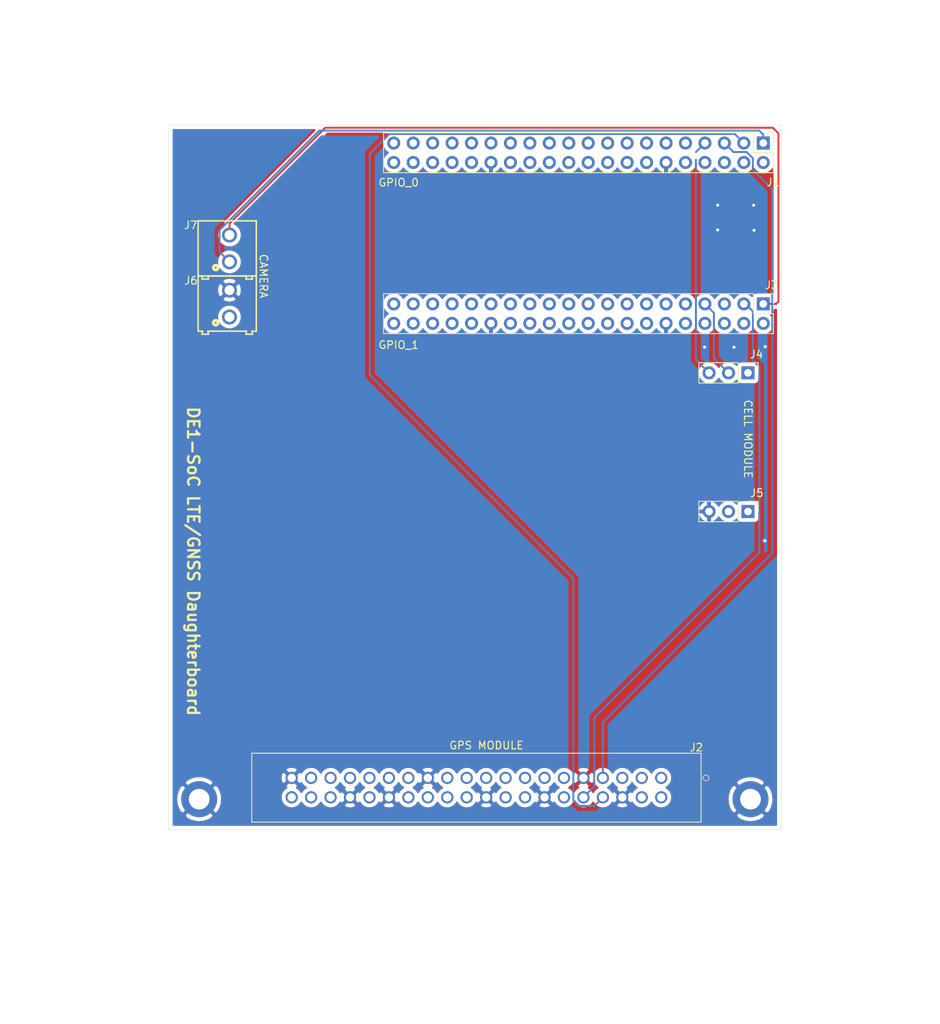
<source format=kicad_pcb>
(kicad_pcb (version 20171130) (host pcbnew "(5.1.5)-3")
  (layers (0 F.Cu signal) (1 In1.Cu signal) (2 In2.Cu signal) (31 B.Cu signal) (34 B.Paste user) (35 F.Paste user) (36 B.SilkS user) (37 F.SilkS user) (38 B.Mask user) (39 F.Mask user) (44 Edge.Cuts user))
  (net 0 "")
  (net 1 "Net-(J1-Pad40)")
  (net 2 "Net-(J1-Pad39)")
  (net 3 "Net-(J1-Pad38)")
  (net 4 "Net-(J1-Pad37)")
  (net 5 "Net-(J1-Pad36)")
  (net 6 "Net-(J1-Pad35)")
  (net 7 "Net-(J1-Pad34)")
  (net 8 "Net-(J1-Pad33)")
  (net 9 "Net-(J1-Pad32)")
  (net 10 "Net-(J1-Pad31)")
  (net 11 GND)
  (net 12 3v3)
  (net 13 "Net-(J1-Pad28)")
  (net 14 "Net-(J1-Pad27)")
  (net 15 "Net-(J1-Pad26)")
  (net 16 "Net-(J1-Pad25)")
  (net 17 "Net-(J1-Pad24)")
  (net 18 "Net-(J1-Pad23)")
  (net 19 "Net-(J1-Pad22)")
  (net 20 "Net-(J1-Pad21)")
  (net 21 "Net-(J1-Pad20)")
  (net 22 "Net-(J1-Pad19)")
  (net 23 "Net-(J1-Pad18)")
  (net 24 "Net-(J1-Pad17)")
  (net 25 "Net-(J1-Pad16)")
  (net 26 "Net-(J1-Pad15)")
  (net 27 "Net-(J1-Pad14)")
  (net 28 "Net-(J1-Pad13)")
  (net 29 5v)
  (net 30 "Net-(J1-Pad10)")
  (net 31 "Net-(J1-Pad9)")
  (net 32 "Net-(J1-Pad8)")
  (net 33 FPGA_CELL_TX)
  (net 34 "Net-(J1-Pad6)")
  (net 35 FPGA_GPS_PWR)
  (net 36 "Net-(J1-Pad4)")
  (net 37 FPGA_GPS_TX)
  (net 38 "Net-(J1-Pad2)")
  (net 39 FPGA_CAM_TX)
  (net 40 "Net-(J2-Pad40)")
  (net 41 "Net-(J2-Pad38)")
  (net 42 "Net-(J2-Pad37)")
  (net 43 "Net-(J2-Pad36)")
  (net 44 "Net-(J2-Pad35)")
  (net 45 "Net-(J2-Pad33)")
  (net 46 "Net-(J2-Pad32)")
  (net 47 "Net-(J2-Pad31)")
  (net 48 "Net-(J2-Pad29)")
  (net 49 "Net-(J2-Pad28)")
  (net 50 "Net-(J2-Pad27)")
  (net 51 "Net-(J2-Pad26)")
  (net 52 "Net-(J2-Pad24)")
  (net 53 "Net-(J2-Pad23)")
  (net 54 "Net-(J2-Pad22)")
  (net 55 "Net-(J2-Pad21)")
  (net 56 "Net-(J2-Pad19)")
  (net 57 "Net-(J2-Pad18)")
  (net 58 "Net-(J2-Pad17)")
  (net 59 "Net-(J2-Pad16)")
  (net 60 "Net-(J2-Pad15)")
  (net 61 "Net-(J2-Pad13)")
  (net 62 "Net-(J2-Pad12)")
  (net 63 "Net-(J2-Pad11)")
  (net 64 FPGA_GPS_RX)
  (net 65 "Net-(J2-Pad5)")
  (net 66 "Net-(J2-Pad3)")
  (net 67 "Net-(J2-Pad2)")
  (net 68 "Net-(J2-Pad1)")
  (net 69 "Net-(J3-Pad40)")
  (net 70 "Net-(J3-Pad39)")
  (net 71 "Net-(J3-Pad38)")
  (net 72 "Net-(J3-Pad37)")
  (net 73 "Net-(J3-Pad36)")
  (net 74 "Net-(J3-Pad35)")
  (net 75 "Net-(J3-Pad34)")
  (net 76 "Net-(J3-Pad33)")
  (net 77 "Net-(J3-Pad32)")
  (net 78 "Net-(J3-Pad31)")
  (net 79 "Net-(J3-Pad28)")
  (net 80 "Net-(J3-Pad27)")
  (net 81 "Net-(J3-Pad26)")
  (net 82 "Net-(J3-Pad25)")
  (net 83 "Net-(J3-Pad24)")
  (net 84 "Net-(J3-Pad23)")
  (net 85 "Net-(J3-Pad22)")
  (net 86 "Net-(J3-Pad21)")
  (net 87 "Net-(J3-Pad20)")
  (net 88 "Net-(J3-Pad19)")
  (net 89 "Net-(J3-Pad18)")
  (net 90 "Net-(J3-Pad17)")
  (net 91 "Net-(J3-Pad16)")
  (net 92 "Net-(J3-Pad15)")
  (net 93 "Net-(J3-Pad14)")
  (net 94 "Net-(J3-Pad13)")
  (net 95 "Net-(J3-Pad10)")
  (net 96 "Net-(J3-Pad9)")
  (net 97 "Net-(J3-Pad8)")
  (net 98 FPGA_CELL_RX)
  (net 99 "Net-(J3-Pad6)")
  (net 100 "Net-(J3-Pad5)")
  (net 101 "Net-(J3-Pad4)")
  (net 102 "Net-(J3-Pad2)")
  (net 103 FPGA_CAM_RX)
  (net 104 "Net-(J4-Pad1)")
  (module MountingHole:MountingHole_2.7mm_M2.5_DIN965_Pad (layer F.Cu) (at 176 168)
    (fp_text reference REF**)
    (fp_text value MountingHole_2.7mm_M2.5_DIN965_Pad)
    (pad 1 thru_hole circle (at 0 0) (size 4.7 4.7) (drill 2.7) (layers *.Cu *.Mask) (net 11 GND))
  )
  (module MountingHole:MountingHole_2.7mm_M2.5_DIN965_Pad (layer F.Cu) (at 104 168)
    (fp_text reference REF**)
    (fp_text value MountingHole_2.7mm_M2.5_DIN965_Pad)
    (pad 1 thru_hole circle (at 0 0) (size 4.7 4.7) (drill 2.7) (layers *.Cu *.Mask) (net 11 GND))
  )
  (module Connector_PinHeader_2.54mm:PinHeader_2x20_P2.54mm_Vertical (layer F.Cu) (at 177.67 82.35 270)
    (fp_text reference J1 (at 5.13 -1.29 180) (layer F.SilkS))
    (fp_text value GPIO_0)
    (fp_line (start -1.33 -1.33) (end 0 -1.33) (layer F.SilkS) (width 0.12))
    (fp_line (start -1.33 0) (end -1.33 -1.33) (layer F.SilkS) (width 0.12))
    (fp_line (start 1.27 -1.33) (end 3.87 -1.33) (layer F.SilkS) (width 0.12))
    (fp_line (start 1.27 1.27) (end 1.27 -1.33) (layer F.SilkS) (width 0.12))
    (fp_line (start -1.33 1.27) (end 1.27 1.27) (layer F.SilkS) (width 0.12))
    (fp_line (start 3.87 -1.33) (end 3.87 49.59) (layer F.SilkS) (width 0.12))
    (fp_line (start -1.33 1.27) (end -1.33 49.59) (layer F.SilkS) (width 0.12))
    (fp_line (start -1.33 49.59) (end 3.87 49.59) (layer F.SilkS) (width 0.12))
    (pad 40 thru_hole oval (at 2.54 48.26 270) (size 1.7 1.7) (drill 1) (layers *.Cu *.Mask) (net 1 "Net-(J1-Pad40)"))
    (pad 39 thru_hole oval (at 0 48.26 270) (size 1.7 1.7) (drill 1) (layers *.Cu *.Mask) (net 2 "Net-(J1-Pad39)"))
    (pad 38 thru_hole oval (at 2.54 45.72 270) (size 1.7 1.7) (drill 1) (layers *.Cu *.Mask) (net 3 "Net-(J1-Pad38)"))
    (pad 37 thru_hole oval (at 0 45.72 270) (size 1.7 1.7) (drill 1) (layers *.Cu *.Mask) (net 4 "Net-(J1-Pad37)"))
    (pad 36 thru_hole oval (at 2.54 43.18 270) (size 1.7 1.7) (drill 1) (layers *.Cu *.Mask) (net 5 "Net-(J1-Pad36)"))
    (pad 35 thru_hole oval (at 0 43.18 270) (size 1.7 1.7) (drill 1) (layers *.Cu *.Mask) (net 6 "Net-(J1-Pad35)"))
    (pad 34 thru_hole oval (at 2.54 40.64 270) (size 1.7 1.7) (drill 1) (layers *.Cu *.Mask) (net 7 "Net-(J1-Pad34)"))
    (pad 33 thru_hole oval (at 0 40.64 270) (size 1.7 1.7) (drill 1) (layers *.Cu *.Mask) (net 8 "Net-(J1-Pad33)"))
    (pad 32 thru_hole oval (at 2.54 38.1 270) (size 1.7 1.7) (drill 1) (layers *.Cu *.Mask) (net 9 "Net-(J1-Pad32)"))
    (pad 31 thru_hole oval (at 0 38.1 270) (size 1.7 1.7) (drill 1) (layers *.Cu *.Mask) (net 10 "Net-(J1-Pad31)"))
    (pad 30 thru_hole oval (at 2.54 35.56 270) (size 1.7 1.7) (drill 1) (layers *.Cu *.Mask) (net 11 GND))
    (pad 29 thru_hole oval (at 0 35.56 270) (size 1.7 1.7) (drill 1) (layers *.Cu *.Mask) (net 12 3v3))
    (pad 28 thru_hole oval (at 2.54 33.02 270) (size 1.7 1.7) (drill 1) (layers *.Cu *.Mask) (net 13 "Net-(J1-Pad28)"))
    (pad 27 thru_hole oval (at 0 33.02 270) (size 1.7 1.7) (drill 1) (layers *.Cu *.Mask) (net 14 "Net-(J1-Pad27)"))
    (pad 26 thru_hole oval (at 2.54 30.48 270) (size 1.7 1.7) (drill 1) (layers *.Cu *.Mask) (net 15 "Net-(J1-Pad26)"))
    (pad 25 thru_hole oval (at 0 30.48 270) (size 1.7 1.7) (drill 1) (layers *.Cu *.Mask) (net 16 "Net-(J1-Pad25)"))
    (pad 24 thru_hole oval (at 2.54 27.94 270) (size 1.7 1.7) (drill 1) (layers *.Cu *.Mask) (net 17 "Net-(J1-Pad24)"))
    (pad 23 thru_hole oval (at 0 27.94 270) (size 1.7 1.7) (drill 1) (layers *.Cu *.Mask) (net 18 "Net-(J1-Pad23)"))
    (pad 22 thru_hole oval (at 2.54 25.4 270) (size 1.7 1.7) (drill 1) (layers *.Cu *.Mask) (net 19 "Net-(J1-Pad22)"))
    (pad 21 thru_hole oval (at 0 25.4 270) (size 1.7 1.7) (drill 1) (layers *.Cu *.Mask) (net 20 "Net-(J1-Pad21)"))
    (pad 20 thru_hole oval (at 2.54 22.86 270) (size 1.7 1.7) (drill 1) (layers *.Cu *.Mask) (net 21 "Net-(J1-Pad20)"))
    (pad 19 thru_hole oval (at 0 22.86 270) (size 1.7 1.7) (drill 1) (layers *.Cu *.Mask) (net 22 "Net-(J1-Pad19)"))
    (pad 18 thru_hole oval (at 2.54 20.32 270) (size 1.7 1.7) (drill 1) (layers *.Cu *.Mask) (net 23 "Net-(J1-Pad18)"))
    (pad 17 thru_hole oval (at 0 20.32 270) (size 1.7 1.7) (drill 1) (layers *.Cu *.Mask) (net 24 "Net-(J1-Pad17)"))
    (pad 16 thru_hole oval (at 2.54 17.78 270) (size 1.7 1.7) (drill 1) (layers *.Cu *.Mask) (net 25 "Net-(J1-Pad16)"))
    (pad 15 thru_hole oval (at 0 17.78 270) (size 1.7 1.7) (drill 1) (layers *.Cu *.Mask) (net 26 "Net-(J1-Pad15)"))
    (pad 14 thru_hole oval (at 2.54 15.24 270) (size 1.7 1.7) (drill 1) (layers *.Cu *.Mask) (net 27 "Net-(J1-Pad14)"))
    (pad 13 thru_hole oval (at 0 15.24 270) (size 1.7 1.7) (drill 1) (layers *.Cu *.Mask) (net 28 "Net-(J1-Pad13)"))
    (pad 12 thru_hole oval (at 2.54 12.7 270) (size 1.7 1.7) (drill 1) (layers *.Cu *.Mask) (net 11 GND))
    (pad 11 thru_hole oval (at 0 12.7 270) (size 1.7 1.7) (drill 1) (layers *.Cu *.Mask) (net 29 5v))
    (pad 10 thru_hole oval (at 2.54 10.16 270) (size 1.7 1.7) (drill 1) (layers *.Cu *.Mask) (net 30 "Net-(J1-Pad10)"))
    (pad 9 thru_hole oval (at 0 10.16 270) (size 1.7 1.7) (drill 1) (layers *.Cu *.Mask) (net 31 "Net-(J1-Pad9)"))
    (pad 8 thru_hole oval (at 2.54 7.62 270) (size 1.7 1.7) (drill 1) (layers *.Cu *.Mask) (net 32 "Net-(J1-Pad8)"))
    (pad 7 thru_hole oval (at 0 7.62 270) (size 1.7 1.7) (drill 1) (layers *.Cu *.Mask) (net 33 FPGA_CELL_TX))
    (pad 6 thru_hole oval (at 2.54 5.08 270) (size 1.7 1.7) (drill 1) (layers *.Cu *.Mask) (net 34 "Net-(J1-Pad6)"))
    (pad 5 thru_hole oval (at 0 5.08 270) (size 1.7 1.7) (drill 1) (layers *.Cu *.Mask) (net 35 FPGA_GPS_PWR))
    (pad 4 thru_hole oval (at 2.54 2.54 270) (size 1.7 1.7) (drill 1) (layers *.Cu *.Mask) (net 36 "Net-(J1-Pad4)"))
    (pad 3 thru_hole oval (at 0 2.54 270) (size 1.7 1.7) (drill 1) (layers *.Cu *.Mask) (net 37 FPGA_GPS_TX))
    (pad 2 thru_hole oval (at 2.54 0 270) (size 1.7 1.7) (drill 1) (layers *.Cu *.Mask) (net 38 "Net-(J1-Pad2)"))
    (pad 1 thru_hole rect (at 0 0 270) (size 1.7 1.7) (drill 1) (layers *.Cu *.Mask) (net 39 FPGA_CAM_TX))
  )
  (module backplane_conn:3020-40-0100-00 (layer F.Cu) (at 164.34 165.22 180)
    (fp_text reference J2 (at -4.6 3.97) (layer F.SilkS))
    (fp_text value GPS_module_backplane)
    (fp_circle (center -5.842 0) (end -5.461 0) (layer B.SilkS) (width 0.12))
    (fp_circle (center -5.842 0) (end -5.461 0) (layer F.SilkS) (width 0.12))
    (fp_line (start -5.207 -5.772) (end -5.207 3.2196) (layer F.SilkS) (width 0.12))
    (fp_line (start 53.467 -5.772) (end -5.207 -5.772) (layer F.SilkS) (width 0.12))
    (fp_line (start 53.467 3.2196) (end 53.467 -5.772) (layer F.SilkS) (width 0.12))
    (fp_line (start -5.207 3.2196) (end 53.467 3.2196) (layer F.SilkS) (width 0.12))
    (fp_text user * (at 0 0) (layer F.SilkS))
    (pad 40 thru_hole circle (at 48.26 -2.54 180) (size 1.6002 1.6002) (drill 1.0922) (layers *.Cu *.Mask) (net 40 "Net-(J2-Pad40)"))
    (pad 39 thru_hole circle (at 48.26 0 180) (size 1.6002 1.6002) (drill 1.0922) (layers *.Cu *.Mask) (net 11 GND))
    (pad 38 thru_hole circle (at 45.72 -2.54 180) (size 1.6002 1.6002) (drill 1.0922) (layers *.Cu *.Mask) (net 41 "Net-(J2-Pad38)"))
    (pad 37 thru_hole circle (at 45.72 0 180) (size 1.6002 1.6002) (drill 1.0922) (layers *.Cu *.Mask) (net 42 "Net-(J2-Pad37)"))
    (pad 36 thru_hole circle (at 43.18 -2.54 180) (size 1.6002 1.6002) (drill 1.0922) (layers *.Cu *.Mask) (net 43 "Net-(J2-Pad36)"))
    (pad 35 thru_hole circle (at 43.18 0 180) (size 1.6002 1.6002) (drill 1.0922) (layers *.Cu *.Mask) (net 44 "Net-(J2-Pad35)"))
    (pad 34 thru_hole circle (at 40.64 -2.54 180) (size 1.6002 1.6002) (drill 1.0922) (layers *.Cu *.Mask) (net 11 GND))
    (pad 33 thru_hole circle (at 40.64 0 180) (size 1.6002 1.6002) (drill 1.0922) (layers *.Cu *.Mask) (net 45 "Net-(J2-Pad33)"))
    (pad 32 thru_hole circle (at 38.1 -2.54 180) (size 1.6002 1.6002) (drill 1.0922) (layers *.Cu *.Mask) (net 46 "Net-(J2-Pad32)"))
    (pad 31 thru_hole circle (at 38.1 0 180) (size 1.6002 1.6002) (drill 1.0922) (layers *.Cu *.Mask) (net 47 "Net-(J2-Pad31)"))
    (pad 30 thru_hole circle (at 35.56 -2.54 180) (size 1.6002 1.6002) (drill 1.0922) (layers *.Cu *.Mask) (net 11 GND))
    (pad 29 thru_hole circle (at 35.56 0 180) (size 1.6002 1.6002) (drill 1.0922) (layers *.Cu *.Mask) (net 48 "Net-(J2-Pad29)"))
    (pad 28 thru_hole circle (at 33.02 -2.54 180) (size 1.6002 1.6002) (drill 1.0922) (layers *.Cu *.Mask) (net 49 "Net-(J2-Pad28)"))
    (pad 27 thru_hole circle (at 33.02 0 180) (size 1.6002 1.6002) (drill 1.0922) (layers *.Cu *.Mask) (net 50 "Net-(J2-Pad27)"))
    (pad 26 thru_hole circle (at 30.48 -2.54 180) (size 1.6002 1.6002) (drill 1.0922) (layers *.Cu *.Mask) (net 51 "Net-(J2-Pad26)"))
    (pad 25 thru_hole circle (at 30.48 0 180) (size 1.6002 1.6002) (drill 1.0922) (layers *.Cu *.Mask) (net 11 GND))
    (pad 24 thru_hole circle (at 27.94 -2.54 180) (size 1.6002 1.6002) (drill 1.0922) (layers *.Cu *.Mask) (net 52 "Net-(J2-Pad24)"))
    (pad 23 thru_hole circle (at 27.94 0 180) (size 1.6002 1.6002) (drill 1.0922) (layers *.Cu *.Mask) (net 53 "Net-(J2-Pad23)"))
    (pad 22 thru_hole circle (at 25.4 -2.54 180) (size 1.6002 1.6002) (drill 1.0922) (layers *.Cu *.Mask) (net 54 "Net-(J2-Pad22)"))
    (pad 21 thru_hole circle (at 25.4 0 180) (size 1.6002 1.6002) (drill 1.0922) (layers *.Cu *.Mask) (net 55 "Net-(J2-Pad21)"))
    (pad 20 thru_hole circle (at 22.86 -2.54 180) (size 1.6002 1.6002) (drill 1.0922) (layers *.Cu *.Mask) (net 11 GND))
    (pad 19 thru_hole circle (at 22.86 0 180) (size 1.6002 1.6002) (drill 1.0922) (layers *.Cu *.Mask) (net 56 "Net-(J2-Pad19)"))
    (pad 18 thru_hole circle (at 20.32 -2.54 180) (size 1.6002 1.6002) (drill 1.0922) (layers *.Cu *.Mask) (net 57 "Net-(J2-Pad18)"))
    (pad 17 thru_hole circle (at 20.32 0 180) (size 1.6002 1.6002) (drill 1.0922) (layers *.Cu *.Mask) (net 58 "Net-(J2-Pad17)"))
    (pad 16 thru_hole circle (at 17.78 -2.54 180) (size 1.6002 1.6002) (drill 1.0922) (layers *.Cu *.Mask) (net 59 "Net-(J2-Pad16)"))
    (pad 15 thru_hole circle (at 17.78 0 180) (size 1.6002 1.6002) (drill 1.0922) (layers *.Cu *.Mask) (net 60 "Net-(J2-Pad15)"))
    (pad 14 thru_hole circle (at 15.24 -2.54 180) (size 1.6002 1.6002) (drill 1.0922) (layers *.Cu *.Mask) (net 11 GND))
    (pad 13 thru_hole circle (at 15.24 0 180) (size 1.6002 1.6002) (drill 1.0922) (layers *.Cu *.Mask) (net 61 "Net-(J2-Pad13)"))
    (pad 12 thru_hole circle (at 12.7 -2.54 180) (size 1.6002 1.6002) (drill 1.0922) (layers *.Cu *.Mask) (net 62 "Net-(J2-Pad12)"))
    (pad 11 thru_hole circle (at 12.7 0 180) (size 1.6002 1.6002) (drill 1.0922) (layers *.Cu *.Mask) (net 63 "Net-(J2-Pad11)"))
    (pad 10 thru_hole circle (at 10.16 -2.54 180) (size 1.6002 1.6002) (drill 1.0922) (layers *.Cu *.Mask) (net 64 FPGA_GPS_RX))
    (pad 9 thru_hole circle (at 10.16 0 180) (size 1.6002 1.6002) (drill 1.0922) (layers *.Cu *.Mask) (net 11 GND))
    (pad 8 thru_hole circle (at 7.62 -2.54 180) (size 1.6002 1.6002) (drill 1.0922) (layers *.Cu *.Mask) (net 37 FPGA_GPS_TX))
    (pad 7 thru_hole circle (at 7.62 0 180) (size 1.6002 1.6002) (drill 1.0922) (layers *.Cu *.Mask) (net 35 FPGA_GPS_PWR))
    (pad 6 thru_hole circle (at 5.08 -2.54 180) (size 1.6002 1.6002) (drill 1.0922) (layers *.Cu *.Mask) (net 11 GND))
    (pad 5 thru_hole circle (at 5.08 0 180) (size 1.6002 1.6002) (drill 1.0922) (layers *.Cu *.Mask) (net 65 "Net-(J2-Pad5)"))
    (pad 4 thru_hole circle (at 2.54 -2.54 180) (size 1.6002 1.6002) (drill 1.0922) (layers *.Cu *.Mask) (net 29 5v))
    (pad 3 thru_hole circle (at 2.54 0 180) (size 1.6002 1.6002) (drill 1.0922) (layers *.Cu *.Mask) (net 66 "Net-(J2-Pad3)"))
    (pad 2 thru_hole circle (at 0 -2.54 180) (size 1.6002 1.6002) (drill 1.0922) (layers *.Cu *.Mask) (net 67 "Net-(J2-Pad2)"))
    (pad 1 thru_hole circle (at 0 0 180) (size 1.6002 1.6002) (drill 1.0922) (layers *.Cu *.Mask) (net 68 "Net-(J2-Pad1)"))
  )
  (module 691214110002:691214110002 (layer F.Cu) (at 107.96 96.11 90)
    (fp_text reference J7 (at 3.04 -5.06 180) (layer F.SilkS))
    (fp_text value Camera_data_header)
    (fp_circle (center -2.5 -1.8) (end -2.4 -1.8) (layer F.SilkS) (width 0.4))
    (fp_line (start -3.6 -3.52) (end -3.6 -4.1) (layer F.SilkS) (width 0.2))
    (fp_line (start -4 -3.595) (end -3.6 -3.52) (layer F.SilkS) (width 0.2))
    (fp_line (start -4 -2.745) (end -4 -3.595) (layer F.SilkS) (width 0.2))
    (fp_line (start -3.6 -2.82) (end -4 -2.745) (layer F.SilkS) (width 0.2))
    (fp_line (start -3.6 2.22) (end -3.6 -2.82) (layer F.SilkS) (width 0.2))
    (fp_line (start -4 2.145) (end -3.6 2.22) (layer F.SilkS) (width 0.2))
    (fp_line (start -4 2.995) (end -4 2.145) (layer F.SilkS) (width 0.2))
    (fp_line (start -3.6 2.92) (end -4 2.995) (layer F.SilkS) (width 0.2))
    (fp_line (start -3.6 3.5) (end -3.6 2.92) (layer F.SilkS) (width 0.2))
    (fp_line (start 3.6 3.5) (end -3.6 3.5) (layer F.SilkS) (width 0.2))
    (fp_line (start 3.6 -4.1) (end 3.6 3.5) (layer F.SilkS) (width 0.2))
    (fp_line (start -3.6 -4.1) (end 3.6 -4.1) (layer F.SilkS) (width 0.2))
    (pad 1 thru_hole circle (at -1.75 0 90) (size 1.95 1.95) (drill 1.3) (layers *.Cu *.Mask) (net 39 FPGA_CAM_TX))
    (pad 2 thru_hole circle (at 1.75 0 90) (size 1.95 1.95) (drill 1.3) (layers *.Cu *.Mask) (net 103 FPGA_CAM_RX))
  )
  (module 691214110002:691214110002 (layer F.Cu) (at 107.96 103.31 90)
    (fp_text reference J6 (at 2.99 -5.03 180) (layer F.SilkS))
    (fp_text value Camera_power_header)
    (fp_circle (center -2.5 -1.8) (end -2.4 -1.8) (layer F.SilkS) (width 0.4))
    (fp_line (start -3.6 -3.52) (end -3.6 -4.1) (layer F.SilkS) (width 0.2))
    (fp_line (start -4 -3.595) (end -3.6 -3.52) (layer F.SilkS) (width 0.2))
    (fp_line (start -4 -2.745) (end -4 -3.595) (layer F.SilkS) (width 0.2))
    (fp_line (start -3.6 -2.82) (end -4 -2.745) (layer F.SilkS) (width 0.2))
    (fp_line (start -3.6 2.22) (end -3.6 -2.82) (layer F.SilkS) (width 0.2))
    (fp_line (start -4 2.145) (end -3.6 2.22) (layer F.SilkS) (width 0.2))
    (fp_line (start -4 2.995) (end -4 2.145) (layer F.SilkS) (width 0.2))
    (fp_line (start -3.6 2.92) (end -4 2.995) (layer F.SilkS) (width 0.2))
    (fp_line (start -3.6 3.5) (end -3.6 2.92) (layer F.SilkS) (width 0.2))
    (fp_line (start 3.6 3.5) (end -3.6 3.5) (layer F.SilkS) (width 0.2))
    (fp_line (start 3.6 -4.1) (end 3.6 3.5) (layer F.SilkS) (width 0.2))
    (fp_line (start -3.6 -4.1) (end 3.6 -4.1) (layer F.SilkS) (width 0.2))
    (pad 1 thru_hole circle (at -1.75 0 90) (size 1.95 1.95) (drill 1.3) (layers *.Cu *.Mask) (net 29 5v))
    (pad 2 thru_hole circle (at 1.75 0 90) (size 1.95 1.95) (drill 1.3) (layers *.Cu *.Mask) (net 11 GND))
  )
  (module Connector_PinHeader_2.54mm:PinHeader_1x03_P2.54mm_Vertical (layer F.Cu) (at 175.67 130.45 270)
    (fp_text reference J5 (at -2.41 -1.16 180) (layer F.SilkS))
    (fp_text value Cell_right)
    (fp_line (start -1.33 -1.33) (end 0 -1.33) (layer F.SilkS) (width 0.12))
    (fp_line (start -1.33 0) (end -1.33 -1.33) (layer F.SilkS) (width 0.12))
    (fp_line (start -1.33 1.27) (end 1.33 1.27) (layer F.SilkS) (width 0.12))
    (fp_line (start 1.33 1.27) (end 1.33 6.41) (layer F.SilkS) (width 0.12))
    (fp_line (start -1.33 1.27) (end -1.33 6.41) (layer F.SilkS) (width 0.12))
    (fp_line (start -1.33 6.41) (end 1.33 6.41) (layer F.SilkS) (width 0.12))
    (pad 3 thru_hole oval (at 0 5.08 270) (size 1.7 1.7) (drill 1) (layers *.Cu *.Mask) (net 11 GND))
    (pad 2 thru_hole oval (at 0 2.54 270) (size 1.7 1.7) (drill 1) (layers *.Cu *.Mask) (net 12 3v3))
    (pad 1 thru_hole rect (at 0 0 270) (size 1.7 1.7) (drill 1) (layers *.Cu *.Mask) (net 29 5v))
  )
  (module Connector_PinHeader_2.54mm:PinHeader_1x03_P2.54mm_Vertical (layer F.Cu) (at 175.67 112.35 270)
    (fp_text reference J4 (at -2.41 -1.12 180) (layer F.SilkS))
    (fp_text value Cell_left)
    (fp_line (start -1.33 -1.33) (end 0 -1.33) (layer F.SilkS) (width 0.12))
    (fp_line (start -1.33 0) (end -1.33 -1.33) (layer F.SilkS) (width 0.12))
    (fp_line (start -1.33 1.27) (end 1.33 1.27) (layer F.SilkS) (width 0.12))
    (fp_line (start 1.33 1.27) (end 1.33 6.41) (layer F.SilkS) (width 0.12))
    (fp_line (start -1.33 1.27) (end -1.33 6.41) (layer F.SilkS) (width 0.12))
    (fp_line (start -1.33 6.41) (end 1.33 6.41) (layer F.SilkS) (width 0.12))
    (pad 3 thru_hole oval (at 0 5.08 270) (size 1.7 1.7) (drill 1) (layers *.Cu *.Mask) (net 33 FPGA_CELL_TX))
    (pad 2 thru_hole oval (at 0 2.54 270) (size 1.7 1.7) (drill 1) (layers *.Cu *.Mask) (net 98 FPGA_CELL_RX))
    (pad 1 thru_hole rect (at 0 0 270) (size 1.7 1.7) (drill 1) (layers *.Cu *.Mask) (net 104 "Net-(J4-Pad1)"))
  )
  (module Connector_PinHeader_2.54mm:PinHeader_2x20_P2.54mm_Vertical (layer F.Cu) (at 177.67 103.35 270)
    (fp_text reference J3 (at -2.46 -1.11 180) (layer F.SilkS))
    (fp_text value GPIO_1)
    (fp_line (start -1.33 -1.33) (end 0 -1.33) (layer F.SilkS) (width 0.12))
    (fp_line (start -1.33 0) (end -1.33 -1.33) (layer F.SilkS) (width 0.12))
    (fp_line (start 1.27 -1.33) (end 3.87 -1.33) (layer F.SilkS) (width 0.12))
    (fp_line (start 1.27 1.27) (end 1.27 -1.33) (layer F.SilkS) (width 0.12))
    (fp_line (start -1.33 1.27) (end 1.27 1.27) (layer F.SilkS) (width 0.12))
    (fp_line (start 3.87 -1.33) (end 3.87 49.59) (layer F.SilkS) (width 0.12))
    (fp_line (start -1.33 1.27) (end -1.33 49.59) (layer F.SilkS) (width 0.12))
    (fp_line (start -1.33 49.59) (end 3.87 49.59) (layer F.SilkS) (width 0.12))
    (pad 40 thru_hole oval (at 2.54 48.26 270) (size 1.7 1.7) (drill 1) (layers *.Cu *.Mask) (net 69 "Net-(J3-Pad40)"))
    (pad 39 thru_hole oval (at 0 48.26 270) (size 1.7 1.7) (drill 1) (layers *.Cu *.Mask) (net 70 "Net-(J3-Pad39)"))
    (pad 38 thru_hole oval (at 2.54 45.72 270) (size 1.7 1.7) (drill 1) (layers *.Cu *.Mask) (net 71 "Net-(J3-Pad38)"))
    (pad 37 thru_hole oval (at 0 45.72 270) (size 1.7 1.7) (drill 1) (layers *.Cu *.Mask) (net 72 "Net-(J3-Pad37)"))
    (pad 36 thru_hole oval (at 2.54 43.18 270) (size 1.7 1.7) (drill 1) (layers *.Cu *.Mask) (net 73 "Net-(J3-Pad36)"))
    (pad 35 thru_hole oval (at 0 43.18 270) (size 1.7 1.7) (drill 1) (layers *.Cu *.Mask) (net 74 "Net-(J3-Pad35)"))
    (pad 34 thru_hole oval (at 2.54 40.64 270) (size 1.7 1.7) (drill 1) (layers *.Cu *.Mask) (net 75 "Net-(J3-Pad34)"))
    (pad 33 thru_hole oval (at 0 40.64 270) (size 1.7 1.7) (drill 1) (layers *.Cu *.Mask) (net 76 "Net-(J3-Pad33)"))
    (pad 32 thru_hole oval (at 2.54 38.1 270) (size 1.7 1.7) (drill 1) (layers *.Cu *.Mask) (net 77 "Net-(J3-Pad32)"))
    (pad 31 thru_hole oval (at 0 38.1 270) (size 1.7 1.7) (drill 1) (layers *.Cu *.Mask) (net 78 "Net-(J3-Pad31)"))
    (pad 30 thru_hole oval (at 2.54 35.56 270) (size 1.7 1.7) (drill 1) (layers *.Cu *.Mask) (net 11 GND))
    (pad 29 thru_hole oval (at 0 35.56 270) (size 1.7 1.7) (drill 1) (layers *.Cu *.Mask) (net 12 3v3))
    (pad 28 thru_hole oval (at 2.54 33.02 270) (size 1.7 1.7) (drill 1) (layers *.Cu *.Mask) (net 79 "Net-(J3-Pad28)"))
    (pad 27 thru_hole oval (at 0 33.02 270) (size 1.7 1.7) (drill 1) (layers *.Cu *.Mask) (net 80 "Net-(J3-Pad27)"))
    (pad 26 thru_hole oval (at 2.54 30.48 270) (size 1.7 1.7) (drill 1) (layers *.Cu *.Mask) (net 81 "Net-(J3-Pad26)"))
    (pad 25 thru_hole oval (at 0 30.48 270) (size 1.7 1.7) (drill 1) (layers *.Cu *.Mask) (net 82 "Net-(J3-Pad25)"))
    (pad 24 thru_hole oval (at 2.54 27.94 270) (size 1.7 1.7) (drill 1) (layers *.Cu *.Mask) (net 83 "Net-(J3-Pad24)"))
    (pad 23 thru_hole oval (at 0 27.94 270) (size 1.7 1.7) (drill 1) (layers *.Cu *.Mask) (net 84 "Net-(J3-Pad23)"))
    (pad 22 thru_hole oval (at 2.54 25.4 270) (size 1.7 1.7) (drill 1) (layers *.Cu *.Mask) (net 85 "Net-(J3-Pad22)"))
    (pad 21 thru_hole oval (at 0 25.4 270) (size 1.7 1.7) (drill 1) (layers *.Cu *.Mask) (net 86 "Net-(J3-Pad21)"))
    (pad 20 thru_hole oval (at 2.54 22.86 270) (size 1.7 1.7) (drill 1) (layers *.Cu *.Mask) (net 87 "Net-(J3-Pad20)"))
    (pad 19 thru_hole oval (at 0 22.86 270) (size 1.7 1.7) (drill 1) (layers *.Cu *.Mask) (net 88 "Net-(J3-Pad19)"))
    (pad 18 thru_hole oval (at 2.54 20.32 270) (size 1.7 1.7) (drill 1) (layers *.Cu *.Mask) (net 89 "Net-(J3-Pad18)"))
    (pad 17 thru_hole oval (at 0 20.32 270) (size 1.7 1.7) (drill 1) (layers *.Cu *.Mask) (net 90 "Net-(J3-Pad17)"))
    (pad 16 thru_hole oval (at 2.54 17.78 270) (size 1.7 1.7) (drill 1) (layers *.Cu *.Mask) (net 91 "Net-(J3-Pad16)"))
    (pad 15 thru_hole oval (at 0 17.78 270) (size 1.7 1.7) (drill 1) (layers *.Cu *.Mask) (net 92 "Net-(J3-Pad15)"))
    (pad 14 thru_hole oval (at 2.54 15.24 270) (size 1.7 1.7) (drill 1) (layers *.Cu *.Mask) (net 93 "Net-(J3-Pad14)"))
    (pad 13 thru_hole oval (at 0 15.24 270) (size 1.7 1.7) (drill 1) (layers *.Cu *.Mask) (net 94 "Net-(J3-Pad13)"))
    (pad 12 thru_hole oval (at 2.54 12.7 270) (size 1.7 1.7) (drill 1) (layers *.Cu *.Mask) (net 11 GND))
    (pad 11 thru_hole oval (at 0 12.7 270) (size 1.7 1.7) (drill 1) (layers *.Cu *.Mask) (net 29 5v))
    (pad 10 thru_hole oval (at 2.54 10.16 270) (size 1.7 1.7) (drill 1) (layers *.Cu *.Mask) (net 95 "Net-(J3-Pad10)"))
    (pad 9 thru_hole oval (at 0 10.16 270) (size 1.7 1.7) (drill 1) (layers *.Cu *.Mask) (net 96 "Net-(J3-Pad9)"))
    (pad 8 thru_hole oval (at 2.54 7.62 270) (size 1.7 1.7) (drill 1) (layers *.Cu *.Mask) (net 97 "Net-(J3-Pad8)"))
    (pad 7 thru_hole oval (at 0 7.62 270) (size 1.7 1.7) (drill 1) (layers *.Cu *.Mask) (net 98 FPGA_CELL_RX))
    (pad 6 thru_hole oval (at 2.54 5.08 270) (size 1.7 1.7) (drill 1) (layers *.Cu *.Mask) (net 99 "Net-(J3-Pad6)"))
    (pad 5 thru_hole oval (at 0 5.08 270) (size 1.7 1.7) (drill 1) (layers *.Cu *.Mask) (net 100 "Net-(J3-Pad5)"))
    (pad 4 thru_hole oval (at 2.54 2.54 270) (size 1.7 1.7) (drill 1) (layers *.Cu *.Mask) (net 101 "Net-(J3-Pad4)"))
    (pad 3 thru_hole oval (at 0 2.54 270) (size 1.7 1.7) (drill 1) (layers *.Cu *.Mask) (net 64 FPGA_GPS_RX))
    (pad 2 thru_hole oval (at 2.54 0 270) (size 1.7 1.7) (drill 1) (layers *.Cu *.Mask) (net 102 "Net-(J3-Pad2)"))
    (pad 1 thru_hole rect (at 0 0 270) (size 1.7 1.7) (drill 1) (layers *.Cu *.Mask) (net 103 FPGA_CAM_RX))
  )
  (gr_text "DE1-SoC LTE/GNSS Daughterboard" (at 103.22814 136.94918 270) (layer F.SilkS) (effects (font (size 1.5 1.5) (thickness 0.3))))
  (gr_text CAMERA (at 112.41 99.72 270) (layer F.SilkS) (effects (font (size 1 1))))
  (gr_text "GPS MODULE" (at 141.51 160.98) (layer F.SilkS) (effects (font (size 1 1))))
  (gr_text GPIO_1 (at 130.048 108.712) (layer F.SilkS) (effects (font (size 1 1))))
  (gr_text GPIO_0 (at 130.05 87.51) (layer F.SilkS) (effects (font (size 1 1))))
  (gr_text "CELL MODULE" (at 175.67656 120.98528 270) (layer F.SilkS) (effects (font (size 1 1))))
  (gr_line (start 100 172) (end 100 80) (layer Edge.Cuts) (width 0.05))
  (gr_line (start 180 172) (end 100 172) (layer Edge.Cuts) (width 0.05))
  (gr_line (start 180 80) (end 180 172) (layer Edge.Cuts) (width 0.05))
  (gr_line (start 100 80) (end 180 80) (layer Edge.Cuts) (width 0.05))
  (via (at 171.71 90.47) (size 0.8) (drill 0.4) (layers F.Cu B.Cu) (net 11))
  (via (at 176.41 90.47) (size 0.8) (drill 0.4) (layers F.Cu B.Cu) (net 11))
  (via (at 176.46 93.74) (size 0.8) (drill 0.4) (layers F.Cu B.Cu) (net 11))
  (via (at 171.71 93.69) (size 0.8) (drill 0.4) (layers F.Cu B.Cu) (net 11))
  (via (at 173.84 109.01) (size 0.8) (drill 0.4) (layers F.Cu B.Cu) (net 11))
  (via (at 177.92 108.93) (size 0.8) (drill 0.4) (layers F.Cu B.Cu) (net 11))
  (via (at 177.88 134.26) (size 0.8) (drill 0.4) (layers F.Cu B.Cu) (net 11))
  (via (at 170 108.99) (size 0.8) (drill 0.4) (layers F.Cu B.Cu) (net 11))
  (segment (start 168.874999 83.525001) (end 169.200001 83.199999) (width 0.25) (layer B.Cu) (net 33))
  (segment (start 168.874999 110.634999) (end 168.874999 84.525001) (width 0.25) (layer B.Cu) (net 33))
  (segment (start 169.200001 83.199999) (end 170.05 82.35) (width 0.25) (layer B.Cu) (net 33))
  (segment (start 170.59 112.35) (end 168.874999 110.634999) (width 0.25) (layer B.Cu) (net 33))
  (segment (start 173.765001 83.525001) (end 172.59 82.35) (width 0.25) (layer B.Cu) (net 35))
  (segment (start 175.504003 83.525001) (end 173.765001 83.525001) (width 0.25) (layer B.Cu) (net 35))
  (segment (start 176.305001 84.325999) (end 175.504003 83.525001) (width 0.25) (layer B.Cu) (net 35))
  (segment (start 156.72 157.986) (end 178.845001 135.860999) (width 0.25) (layer B.Cu) (net 35))
  (segment (start 156.72 165.22) (end 156.72 157.986) (width 0.25) (layer B.Cu) (net 35))
  (segment (start 178.845001 135.860999) (end 178.845001 88.365001) (width 0.25) (layer B.Cu) (net 35))
  (segment (start 178.845001 88.365001) (end 176.305001 85.825001) (width 0.25) (layer B.Cu) (net 35))
  (segment (start 176.305001 85.825001) (end 176.305001 84.325999) (width 0.25) (layer B.Cu) (net 35))
  (segment (start 155.594899 168.885101) (end 156.72 167.76) (width 0.25) (layer B.Cu) (net 37))
  (segment (start 153.639951 168.885101) (end 155.594899 168.885101) (width 0.25) (layer B.Cu) (net 37))
  (segment (start 152.87 168.11515) (end 153.639951 168.885101) (width 0.25) (layer B.Cu) (net 37))
  (segment (start 152.87 139.21) (end 152.87 168.11515) (width 0.25) (layer B.Cu) (net 37))
  (segment (start 173.954999 81.174999) (end 128.845999 81.174999) (width 0.25) (layer B.Cu) (net 37))
  (segment (start 126.29 112.63) (end 152.87 139.21) (width 0.25) (layer B.Cu) (net 37))
  (segment (start 128.845999 81.174999) (end 126.29 83.730998) (width 0.25) (layer B.Cu) (net 37))
  (segment (start 175.13 82.35) (end 173.954999 81.174999) (width 0.25) (layer B.Cu) (net 37))
  (segment (start 126.29 83.730998) (end 126.29 112.63) (width 0.25) (layer B.Cu) (net 37))
  (segment (start 177.67 81.25) (end 177.67 82.35) (width 0.25) (layer B.Cu) (net 39))
  (segment (start 177.14499 80.72499) (end 177.67 81.25) (width 0.25) (layer B.Cu) (net 39))
  (segment (start 119.671008 80.72499) (end 177.14499 80.72499) (width 0.25) (layer B.Cu) (net 39))
  (segment (start 106.659999 93.735999) (end 119.671008 80.72499) (width 0.25) (layer B.Cu) (net 39))
  (segment (start 106.659999 96.559999) (end 106.659999 93.735999) (width 0.25) (layer B.Cu) (net 39))
  (segment (start 107.96 97.86) (end 106.659999 96.559999) (width 0.25) (layer B.Cu) (net 39))
  (segment (start 176.305001 110.699999) (end 176.305001 104.325999) (width 0.25) (layer B.Cu) (net 64))
  (segment (start 155.594899 166.345101) (end 155.594899 157.333101) (width 0.25) (layer B.Cu) (net 64))
  (segment (start 155.594899 157.333101) (end 177.154999 135.773001) (width 0.25) (layer B.Cu) (net 64))
  (segment (start 176.305001 104.325999) (end 175.13 103.150998) (width 0.25) (layer B.Cu) (net 64))
  (segment (start 154.18 167.76) (end 155.594899 166.345101) (width 0.25) (layer B.Cu) (net 64))
  (segment (start 177.154999 135.773001) (end 177.154999 111.549997) (width 0.25) (layer B.Cu) (net 64))
  (segment (start 177.154999 111.549997) (end 176.305001 110.699999) (width 0.25) (layer B.Cu) (net 64))
  (segment (start 171.225001 110.445001) (end 173.13 112.35) (width 0.25) (layer B.Cu) (net 98))
  (segment (start 171.225001 104.525001) (end 171.225001 110.445001) (width 0.25) (layer B.Cu) (net 98))
  (segment (start 171.225001 104.525001) (end 170.05 103.35) (width 0.25) (layer B.Cu) (net 98))
  (segment (start 179.35 103.35) (end 177.67 103.35) (width 0.25) (layer F.Cu) (net 103))
  (segment (start 179.64999 103.05001) (end 179.35 103.35) (width 0.25) (layer F.Cu) (net 103))
  (segment (start 107.96 92.86) (end 120.46999 80.35001) (width 0.25) (layer F.Cu) (net 103))
  (segment (start 178.91001 80.35001) (end 179.64999 81.08999) (width 0.25) (layer F.Cu) (net 103))
  (segment (start 179.64999 81.08999) (end 179.64999 103.05001) (width 0.25) (layer F.Cu) (net 103))
  (segment (start 107.96 94.36) (end 107.96 92.86) (width 0.25) (layer F.Cu) (net 103))
  (segment (start 120.46999 80.35001) (end 178.91001 80.35001) (width 0.25) (layer F.Cu) (net 103))
  (zone (net 11) (net_name GND) (layer F.Cu) (connect_pads (clearance 0.508)) (min_thickness 0.254) (fill yes (arc_segments 32) (thermal_gap 0.508) (thermal_bridge_width 0.508))
    (polygon (pts (xy 187.76 179.31) (xy 187.76 184.18) (xy 90.3 184.03) (xy 89.63 72.17) (xy 188.12 72.07)))
  )
  (zone (net 11) (net_name GND) (layer B.Cu) (connect_pads (clearance 0.508)) (min_thickness 0.254) (fill yes (arc_segments 32) (thermal_gap 0.508) (thermal_bridge_width 0.508))
    (polygon (pts (xy 191.84 70.6) (xy 191.7 187.25) (xy 86.09 186.61) (xy 85.86 70.53)))
  )
)
</source>
